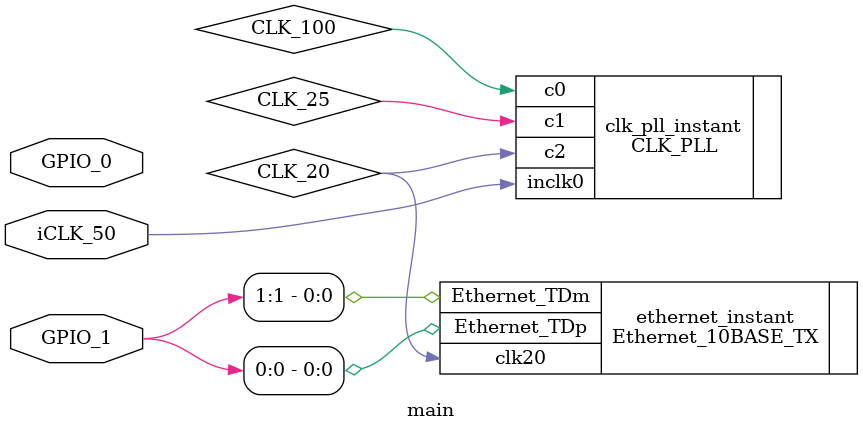
<source format=v>
module main ( 
	input		iCLK_50,
	
	inout		[31:0]	GPIO_0, GPIO_1
	);
	
	wire CLK_100, CLK_25, CLK_20;
	
	CLK_PLL clk_pll_instant(
		.inclk0 (iCLK_50),
		.c0		(CLK_100),
		.c1		(CLK_25),
		.c2		(CLK_20)
	);
	
	Ethernet_10BASE_TX ethernet_instant( 
		.clk20 ( CLK_20),
		.Ethernet_TDp ( GPIO_1[0] ), 
		.Ethernet_TDm ( GPIO_1[1] )
	);
	
endmodule

</source>
